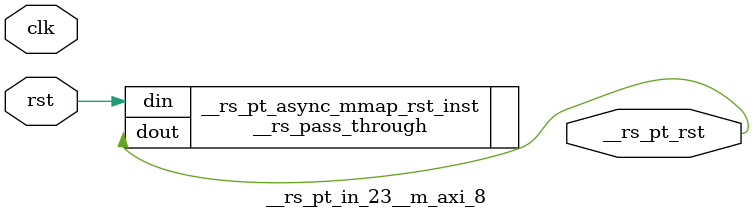
<source format=v>
`timescale 1 ns / 1 ps
/**   Generated by RapidStream   **/
module __rs_pt_in_23__m_axi_8 #(
    parameter BufferSize         = 32,
    parameter BufferSizeLog      = 5,
    parameter AddrWidth          = 64,
    parameter AxiSideAddrWidth   = 64,
    parameter DataWidth          = 512,
    parameter DataWidthBytesLog  = 6,
    parameter WaitTimeWidth      = 4,
    parameter BurstLenWidth      = 8,
    parameter EnableReadChannel  = 1,
    parameter EnableWriteChannel = 1,
    parameter MaxWaitTime        = 3,
    parameter MaxBurstLen        = 15
) (
    output wire __rs_pt_rst,
    input wire  clk,
    input wire  rst
);




__rs_pass_through #(
    .WIDTH (1)
) __rs_pt_async_mmap_rst_inst /**   Generated by RapidStream   **/ (
    .din  (rst),
    .dout (__rs_pt_rst)
);

endmodule  // __rs_pt_in_23__m_axi_8
</source>
